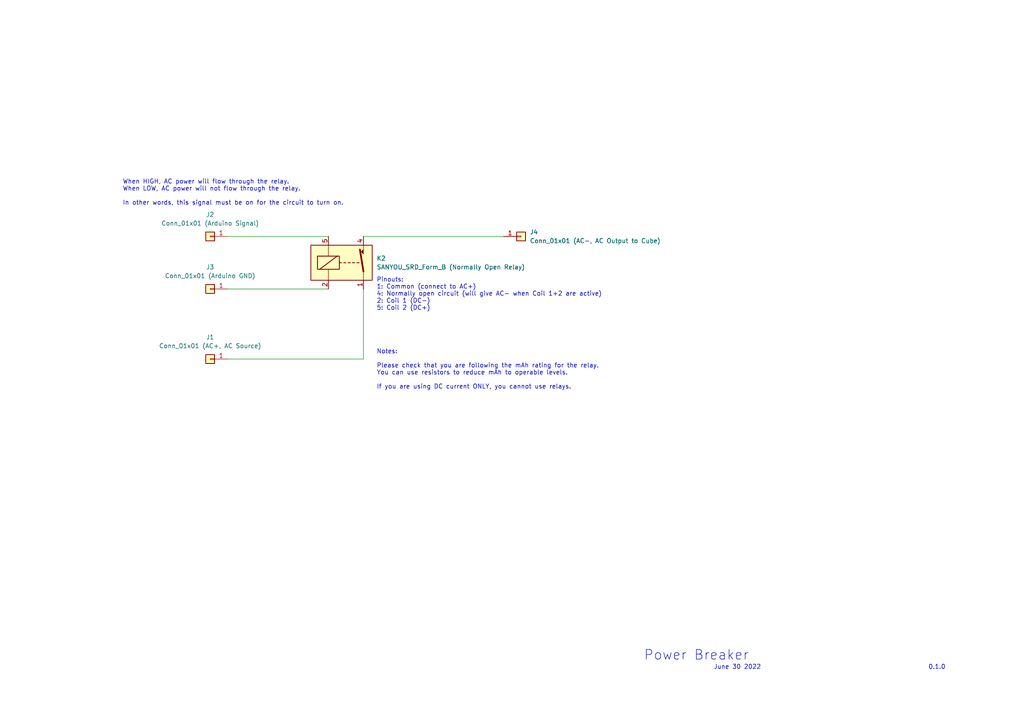
<source format=kicad_sch>
(kicad_sch (version 20211123) (generator eeschema)
  (paper "A4")
  (lib_symbols
    (symbol "Connector_Generic:Conn_01x01" (pin_names (offset 1.016) hide)
      (property "Reference" "J" (at 0 2.54 0))
      (property "Value" "Conn_01x01" (at 0 -2.54 0))
      (symbol "Conn_01x01_1_1"
        (rectangle (start -1.27 0.127) (end 0 -0.127) (stroke (width 0.1524)))
        (rectangle (start -1.27 1.27) (end 1.27 -1.27) (stroke (width 0.254)) (fill (type background)))
        (pin passive line (at -5.08 0 0) (length 3.81) (name "Pin_1") (number "1"))
      )
    )
    (symbol "Relay:SANYOU_SRD_Form_B"
      (property "Reference" "K" (at 8.89 3.81 0))
      (property "Value" "SANYOU_SRD_Form_B" (at 8.89 1.27 0))
      (symbol "SANYOU_SRD_Form_B_0_1"
        (rectangle (start -10.16 5.08) (end 7.62 -5.08) (stroke (width 0.254)) (fill (type background)))
        (rectangle (start -8.255 1.905) (end -1.905 -1.905) (stroke (width 0.254)))
        (polyline (pts (xy -7.62 -1.905) (xy -2.54 1.905)) (stroke (width 0.254)))
        (polyline (pts (xy -5.08 -5.08) (xy -5.08 -1.905)))
        (polyline (pts (xy -5.08 5.08) (xy -5.08 1.905)))
        (polyline (pts (xy -1.905 0) (xy -1.27 0)) (stroke (width 0.254)))
        (polyline (pts (xy -0.635 0) (xy 0 0)) (stroke (width 0.254)))
        (polyline (pts (xy 0.635 0) (xy 1.27 0)) (stroke (width 0.254)))
        (polyline (pts (xy 1.905 0) (xy 2.54 0)) (stroke (width 0.254)))
        (polyline (pts (xy 3.175 0) (xy 3.81 0)) (stroke (width 0.254)))
        (polyline (pts (xy 5.08 -2.54) (xy 4.064 3.81)) (stroke (width 0.508)))
        (polyline (pts (xy 5.08 -2.54) (xy 5.08 -5.08)))
        (polyline (pts (xy 5.08 3.81) (xy 4.445 3.175) (xy 5.08 2.54) (xy 5.08 5.08)) (fill (type outline)))
      )
      (symbol "SANYOU_SRD_Form_B_1_1"
        (pin passive line (at 5.08 -7.62 90) (length 2.54) (name "~") (number "1"))
        (pin passive line (at -5.08 -7.62 90) (length 2.54) (name "~") (number "2"))
        (pin passive line (at 5.08 7.62 270) (length 2.54) (name "~") (number "4"))
        (pin passive line (at -5.08 7.62 270) (length 2.54) (name "~") (number "5"))
      )
    )
  )
  (wire (pts (xy 105.41 104.14) (xy 105.41 83.82)))
  (wire (pts (xy 105.41 68.58) (xy 146.05 68.58)))
  (wire (pts (xy 66.04 68.58) (xy 95.25 68.58)))
  (wire (pts (xy 66.04 83.82) (xy 95.25 83.82)))
  (wire (pts (xy 66.04 104.14) (xy 105.41 104.14)))
  (text "June 30 2022" (at 207.01 194.31 0) (effects (font (size 1.27 1.27)) (justify left bottom)))
  (text "Power Breaker" (at 186.69 191.77 0) (effects (font (size 2.8 2.8)) (justify left bottom)))
  (text "When HIGH, AC power will flow through the relay.\nWhen LOW, AC power will not flow through the relay.\n\nIn other words, this signal must be on for the circuit to turn on." (at 35.56 59.69 0) (effects (font (size 1.27 1.27)) (justify left bottom)))
  (text "0.1.0\n" (at 269.24 194.31 0) (effects (font (size 1.27 1.27)) (justify left bottom)))
  (text "Pinouts:\n1: Common (connect to AC+)\n4: Normally open circuit (will give AC- when Coil 1+2 are active)\n2: Coil 1 (DC-)\n5: Coil 2 (DC+)\n" (at 109.22 90.17 0) (effects (font (size 1.27 1.27)) (justify left bottom)))
  (text "Notes:\n\nPlease check that you are following the mAh rating for the relay. \nYou can use resistors to reduce mAh to operable levels.\n\nIf you are using DC current ONLY, you cannot use relays." (at 109.22 113.03 0) (effects (font (size 1.27 1.27)) (justify left bottom)))
  (symbol (lib_id "Connector_Generic:Conn_01x01") (at 151.13 68.58 0) (unit 1)
    (property "Reference" "J4" (at 153.67 67.3099 0) (effects (justify left)))
    (property "Value" "Conn_01x01 (AC-, AC Output to Cube)" (at 153.67 69.8499 0) (effects (justify left)))
  )
  (symbol (lib_id "Connector_Generic:Conn_01x01") (at 60.96 104.14 180) (unit 1)
    (property "Reference" "J1" (at 60.96 97.79 0))
    (property "Value" "Conn_01x01 (AC+, AC Source)" (at 60.96 100.33 0))
  )
  (symbol (lib_id "Relay:SANYOU_SRD_Form_B") (at 100.33 76.2 0) (unit 1)
    (property "Reference" "K2" (at 109.22 74.9299 0) (effects (justify left)))
    (property "Value" "SANYOU_SRD_Form_B (Normally Open Relay)" (at 109.22 77.4699 0) (effects (justify left)))
    (property "Footprint" "Relay_THT:Relay_SPST_SANYOU_SRD_Series_Form_B" (effects hide))
    (property "Datasheet" "http://www.sanyourelay.ca/public/products/pdf/SRD.pdf" (effects hide))
  )
  (symbol (lib_id "Connector_Generic:Conn_01x01") (at 60.96 68.58 180) (unit 1)
    (property "Reference" "J2" (at 60.96 62.23 0))
    (property "Value" "Conn_01x01 (Arduino Signal)" (at 60.96 64.77 0))
  )
  (symbol (lib_id "Connector_Generic:Conn_01x01") (at 60.96 83.82 0) (mirror y) (unit 1)
    (property "Reference" "J3" (at 60.96 77.47 0))
    (property "Value" "Conn_01x01 (Arduino GND)" (at 60.96 80.01 0))
  )
)
</source>
